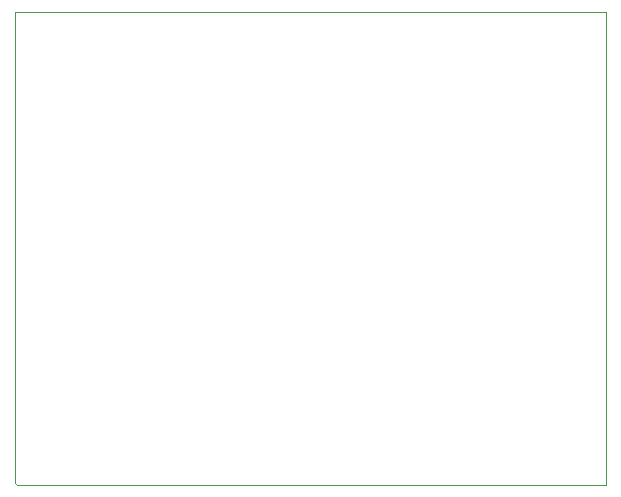
<source format=gko>
%FSLAX34Y34*%
%MOMM*%
%LNOUTLINE*%
G71*
G01*
%ADD10C, 0.10*%
%LPD*%
G54D10*
X0Y500000D02*
X500000Y500000D01*
X500000Y100000D01*
X1000Y100000D01*
X0Y101000D01*
X0Y500000D01*
M02*

</source>
